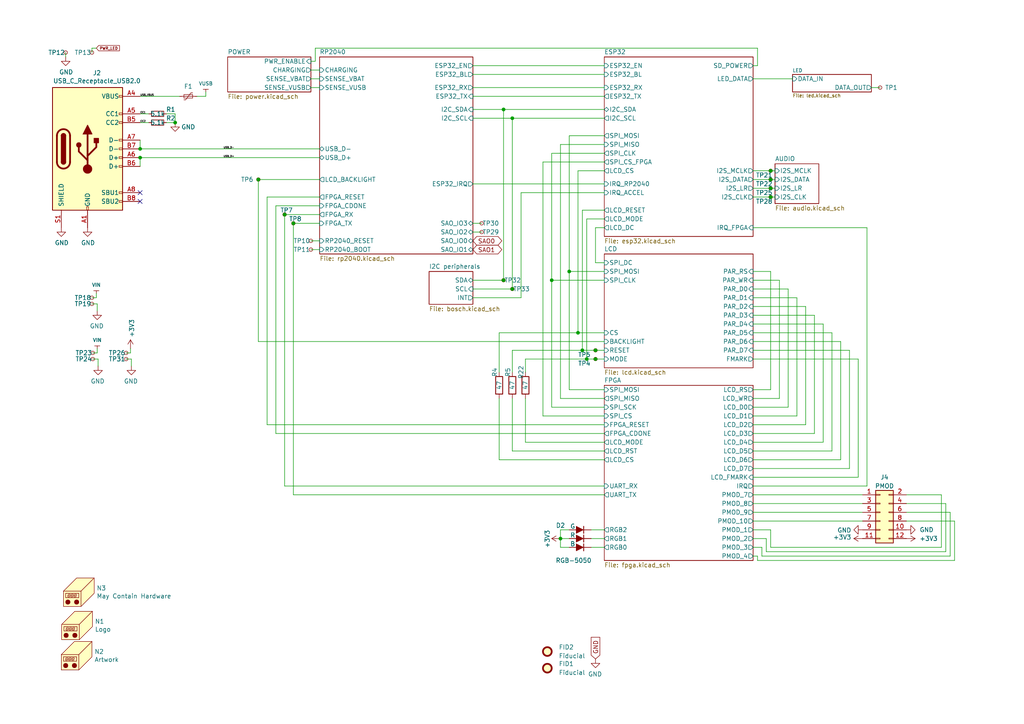
<source format=kicad_sch>
(kicad_sch (version 20211123) (generator eeschema)
  (paper "A4")
  (title_block (title "MCH2022 badge - Overview") (date "2022-04-24") (rev "Final") (company "BADGE.TEAM") (comment 1 "License: CERN Open Hardware Licence Version 2 - Permissive") (comment 2 "Contact: renze@badge.team") (comment 3 "Website: mch2022.org / badge.team") (comment 4 "Event badge for May Contain Hackers 2022"))
  (lib_symbols
    (symbol "Mechanical:Fiducial"
      (property "Reference" "FID" (at 0 5.08 0))
      (property "Value" "Fiducial" (at 0 3.175 0))
      (symbol "Fiducial_0_1"
        (circle (center 0 0) (radius 1.27) (stroke (width 0.508)) (fill (type background)))
      )
    )
    (symbol "custom:RGB-5050-MCH" (pin_numbers hide) (pin_names (offset 0))
      (property "Reference" "D" (at 4.445 -2.54 0))
      (property "Value" "RGB-5050-MCH" (at 4.445 -4.445 0))
      (symbol "RGB-5050-MCH_0_1"
        (polyline (pts (xy -1.524 -4.191) (xy -3.556 -4.191)) (stroke (width 0.254)))
        (polyline (pts (xy 1.016 -4.191) (xy -1.016 -4.191)) (stroke (width 0.254)))
        (polyline (pts (xy 3.556 -4.191) (xy 1.524 -4.191)) (stroke (width 0.254)))
        (polyline (pts (xy -3.556 -2.032) (xy -1.524 -2.032) (xy -2.54 -4.064) (xy -3.556 -2.032)) (fill (type outline)))
        (polyline (pts (xy -1.016 -2.032) (xy 1.016 -2.032) (xy 0 -4.064) (xy -1.016 -2.032)) (fill (type outline)))
        (polyline (pts (xy 1.524 -2.032) (xy 3.556 -2.032) (xy 2.54 -4.064) (xy 1.524 -2.032)) (fill (type outline)))
      )
      (symbol "RGB-5050-MCH_1_1"
        (pin passive line (at -2.54 0 270) (length 2.032) (name "G") (number "1"))
        (pin passive line (at 0 0 270) (length 2.032) (name "R") (number "2"))
        (pin passive line (at 2.54 0 270) (length 2.032) (name "B") (number "3"))
        (pin passive line (at 2.54 -6.35 90) (length 2.032) (name "~") (number "4"))
        (pin passive line (at 0 -6.35 90) (length 2.032) (name "~") (number "5"))
        (pin passive line (at -2.54 -6.35 90) (length 2.032) (name "~") (number "6"))
      )
    )
    (symbol "mch2021-rescue:+3.3V-power" (power) (pin_names (offset 0))
      (property "Value" "+3.3V-power" (at 0 3.556 0))
      (symbol "+3.3V-power_0_1"
        (polyline (pts (xy -0.762 1.27) (xy 0 2.54)))
        (polyline (pts (xy 0 0) (xy 0 2.54)))
        (polyline (pts (xy 0 2.54) (xy 0.762 1.27)))
      )
      (symbol "+3.3V-power_1_1"
        (pin power_in line (at 0 0 90) (length 0) hide (name "+3V3") (number "1"))
      )
    )
    (symbol "mch2021-rescue:Conn_02x06_Odd_Even-Connector_Generic" (pin_names (offset 1.016) hide)
      (property "Reference" "J" (at 1.27 7.62 0))
      (property "Value" "Conn_02x06_Odd_Even-Connector_Generic" (at 1.27 -10.16 0))
      (symbol "Conn_02x06_Odd_Even-Connector_Generic_1_1"
        (rectangle (start -1.27 -7.493) (end 0 -7.747) (stroke (width 0.1524)))
        (rectangle (start -1.27 -4.953) (end 0 -5.207) (stroke (width 0.1524)))
        (rectangle (start -1.27 -2.413) (end 0 -2.667) (stroke (width 0.1524)))
        (rectangle (start -1.27 0.127) (end 0 -0.127) (stroke (width 0.1524)))
        (rectangle (start -1.27 2.667) (end 0 2.413) (stroke (width 0.1524)))
        (rectangle (start -1.27 5.207) (end 0 4.953) (stroke (width 0.1524)))
        (rectangle (start -1.27 6.35) (end 3.81 -8.89) (stroke (width 0.254)) (fill (type background)))
        (rectangle (start 3.81 -7.493) (end 2.54 -7.747) (stroke (width 0.1524)))
        (rectangle (start 3.81 -4.953) (end 2.54 -5.207) (stroke (width 0.1524)))
        (rectangle (start 3.81 -2.413) (end 2.54 -2.667) (stroke (width 0.1524)))
        (rectangle (start 3.81 0.127) (end 2.54 -0.127) (stroke (width 0.1524)))
        (rectangle (start 3.81 2.667) (end 2.54 2.413) (stroke (width 0.1524)))
        (rectangle (start 3.81 5.207) (end 2.54 4.953) (stroke (width 0.1524)))
        (pin passive line (at -5.08 5.08 0) (length 3.81) (name "Pin_1") (number "1"))
        (pin passive line (at 7.62 -5.08 180) (length 3.81) (name "Pin_10") (number "10"))
        (pin passive line (at -5.08 -7.62 0) (length 3.81) (name "Pin_11") (number "11"))
        (pin passive line (at 7.62 -7.62 180) (length 3.81) (name "Pin_12") (number "12"))
        (pin passive line (at 7.62 5.08 180) (length 3.81) (name "Pin_2") (number "2"))
        (pin passive line (at -5.08 2.54 0) (length 3.81) (name "Pin_3") (number "3"))
        (pin passive line (at 7.62 2.54 180) (length 3.81) (name "Pin_4") (number "4"))
        (pin passive line (at -5.08 0 0) (length 3.81) (name "Pin_5") (number "5"))
        (pin passive line (at 7.62 0 180) (length 3.81) (name "Pin_6") (number "6"))
        (pin passive line (at -5.08 -2.54 0) (length 3.81) (name "Pin_7") (number "7"))
        (pin passive line (at 7.62 -2.54 180) (length 3.81) (name "Pin_8") (number "8"))
        (pin passive line (at -5.08 -5.08 0) (length 3.81) (name "Pin_9") (number "9"))
      )
    )
    (symbol "mch2021-rescue:GND-power" (power) (pin_names (offset 0))
      (property "Value" "GND-power" (at 0 -3.81 0))
      (symbol "GND-power_0_1"
        (polyline (pts (xy 0 0) (xy 0 -1.27) (xy 1.27 -1.27) (xy 0 -2.54) (xy -1.27 -1.27) (xy 0 -1.27)))
      )
      (symbol "GND-power_1_1"
        (pin power_in line (at 0 0 270) (length 0) hide (name "GND") (number "1"))
      )
    )
    (symbol "mch2021-rescue:Housing-Mechanical" (pin_names (offset 1.016))
      (property "Reference" "N" (at 3.81 0 0))
      (property "Value" "Housing-Mechanical" (at 3.81 -1.905 0))
      (symbol "Housing-Mechanical_0_1"
        (rectangle (start -5.08 -0.635) (end -1.27 -1.905))
        (circle (center -4.445 -3.175) (radius 0.635) (fill (type outline)))
        (circle (center -1.905 -3.175) (radius 0.635) (fill (type outline)))
        (polyline (pts (xy -4.5212 -1.5748) (xy -4.4704 -1.3716)))
        (polyline (pts (xy -4.4196 -1.6764) (xy -4.064 -1.6764)))
        (polyline (pts (xy -4.4196 -1.2192) (xy -4.3688 -0.9652)))
        (polyline (pts (xy -4.318 -1.3208) (xy -4.0132 -1.3208)))
        (polyline (pts (xy -4.2164 -0.9144) (xy -3.9116 -0.9144)))
        (polyline (pts (xy -3.9116 -1.6256) (xy -3.8608 -1.3716)))
        (polyline (pts (xy -3.81 -1.2192) (xy -3.7592 -0.9652)))
        (polyline (pts (xy -3.6068 -1.5748) (xy -3.556 -1.3716)))
        (polyline (pts (xy -3.5052 -1.6764) (xy -3.1496 -1.6764)))
        (polyline (pts (xy -3.5052 -1.2192) (xy -3.4544 -0.9652)))
        (polyline (pts (xy -3.4036 -1.3208) (xy -3.0988 -1.3208)))
        (polyline (pts (xy -3.302 -0.9144) (xy -2.9972 -0.9144)))
        (polyline (pts (xy -2.9972 -1.6256) (xy -2.9464 -1.3716)))
        (polyline (pts (xy -2.8956 -1.2192) (xy -2.8448 -0.9652)))
        (polyline (pts (xy -2.6924 -1.5748) (xy -2.6416 -1.3716)))
        (polyline (pts (xy -2.5908 -1.6764) (xy -2.2352 -1.6764)))
        (polyline (pts (xy -2.5908 -1.2192) (xy -2.54 -0.9652)))
        (polyline (pts (xy -2.4892 -1.3208) (xy -2.1844 -1.3208)))
        (polyline (pts (xy -2.3876 -0.9144) (xy -2.0828 -0.9144)))
        (polyline (pts (xy -2.0828 -1.6256) (xy -2.032 -1.3716)))
        (polyline (pts (xy -1.9812 -1.2192) (xy -1.9304 -0.9652)))
        (polyline (pts (xy -0.635 0) (xy -0.635 -4.445)))
        (polyline (pts (xy -5.715 0) (xy -0.635 0) (xy 3.175 3.81)))
        (polyline (pts (xy -5.715 0) (xy -5.715 -4.445) (xy -0.635 -4.445) (xy 3.175 -0.635) (xy 3.175 3.81) (xy -1.905 3.81) (xy -5.715 0)) (fill (type background)))
      )
    )
    (symbol "mch2021-rescue:Polyfuse_Small-Device" (pin_numbers hide) (pin_names (offset 0))
      (property "Reference" "F" (at -1.905 0 90))
      (property "Value" "Polyfuse_Small-Device" (at 1.905 0 90))
      (symbol "Polyfuse_Small-Device_0_1"
        (rectangle (start -0.508 1.27) (end 0.508 -1.27))
        (polyline (pts (xy 0 2.54) (xy 0 -2.54)))
        (polyline (pts (xy -1.016 1.27) (xy -1.016 0.762) (xy 1.016 -0.762) (xy 1.016 -1.27)))
      )
      (symbol "Polyfuse_Small-Device_1_1"
        (pin passive line (at 0 2.54 270) (length 0.635) (name "~") (number "1"))
        (pin passive line (at 0 -2.54 90) (length 0.635) (name "~") (number "2"))
      )
    )
    (symbol "mch2021-rescue:R-Device" (pin_numbers hide) (pin_names (offset 0))
      (property "Reference" "R" (at 2.032 0 90))
      (property "Value" "R-Device" (at 0 0 90))
      (symbol "R-Device_0_1"
        (rectangle (start -1.016 -2.54) (end 1.016 2.54) (stroke (width 0.254)))
      )
      (symbol "R-Device_1_1"
        (pin passive line (at 0 3.81 270) (length 1.27) (name "~") (number "1"))
        (pin passive line (at 0 -3.81 90) (length 1.27) (name "~") (number "2"))
      )
    )
    (symbol "mch2021-rescue:R_Small-Device" (pin_numbers hide) (pin_names (offset 0.254) hide)
      (property "Reference" "R" (at 0.762 0.508 0))
      (property "Value" "R_Small-Device" (at 0.762 -1.016 0))
      (symbol "R_Small-Device_0_1"
        (rectangle (start -0.762 1.778) (end 0.762 -1.778) (stroke (width 0.2032)))
      )
      (symbol "R_Small-Device_1_1"
        (pin passive line (at 0 2.54 270) (length 0.762) (name "~") (number "1"))
        (pin passive line (at 0 -2.54 90) (length 0.762) (name "~") (number "2"))
      )
    )
    (symbol "mch2021-rescue:TestPoint_Small-Connector" (pin_numbers hide) (pin_names (offset 0.762) hide)
      (property "Reference" "TP" (at 0 3.81 0))
      (property "Value" "TestPoint_Small-Connector" (at 0 2.032 0))
      (symbol "TestPoint_Small-Connector_0_1"
        (circle (center 0 0) (radius 0.508))
      )
      (symbol "TestPoint_Small-Connector_1_1"
        (pin passive line (at 0 0 90) (length 0) (name "1") (number "1"))
      )
    )
    (symbol "mch2021-rescue:USB_C_Receptacle_USB2.0-Connector" (pin_names (offset 1.016))
      (property "Reference" "J" (at -10.16 19.05 0))
      (property "Value" "USB_C_Receptacle_USB2.0-Connector" (at 19.05 19.05 0))
      (symbol "USB_C_Receptacle_USB2.0-Connector_0_0"
        (rectangle (start -0.254 -17.78) (end 0.254 -16.764))
        (rectangle (start 10.16 -14.986) (end 9.144 -15.494))
        (rectangle (start 10.16 -12.446) (end 9.144 -12.954))
        (rectangle (start 10.16 -4.826) (end 9.144 -5.334))
        (rectangle (start 10.16 -2.286) (end 9.144 -2.794))
        (rectangle (start 10.16 0.254) (end 9.144 -0.254))
        (rectangle (start 10.16 2.794) (end 9.144 2.286))
        (rectangle (start 10.16 7.874) (end 9.144 7.366))
        (rectangle (start 10.16 10.414) (end 9.144 9.906))
        (rectangle (start 10.16 15.494) (end 9.144 14.986))
      )
      (symbol "USB_C_Receptacle_USB2.0-Connector_0_1"
        (rectangle (start -10.16 17.78) (end 10.16 -17.78) (stroke (width 0.254)) (fill (type background)))
        (arc (start -8.89 -3.81) (mid -6.985 -5.715) (end -5.08 -3.81) (stroke (width 0.508)))
        (arc (start -7.62 -3.81) (mid -6.985 -4.445) (end -6.35 -3.81) (stroke (width 0.254)))
        (arc (start -7.62 -3.81) (mid -6.985 -4.445) (end -6.35 -3.81) (stroke (width 0.254)) (fill (type outline)))
        (rectangle (start -7.62 -3.81) (end -6.35 3.81) (stroke (width 0.254)) (fill (type outline)))
        (arc (start -6.35 3.81) (mid -6.985 4.445) (end -7.62 3.81) (stroke (width 0.254)))
        (arc (start -6.35 3.81) (mid -6.985 4.445) (end -7.62 3.81) (stroke (width 0.254)) (fill (type outline)))
        (arc (start -5.08 3.81) (mid -6.985 5.715) (end -8.89 3.81) (stroke (width 0.508)))
        (circle (center -2.54 1.143) (radius 0.635) (stroke (width 0.254)) (fill (type outline)))
        (circle (center 0 -5.842) (radius 1.27) (fill (type outline)))
        (polyline (pts (xy -8.89 -3.81) (xy -8.89 3.81)) (stroke (width 0.508)))
        (polyline (pts (xy -5.08 3.81) (xy -5.08 -3.81)) (stroke (width 0.508)))
        (polyline (pts (xy 0 -5.842) (xy 0 4.318)) (stroke (width 0.508)))
        (polyline (pts (xy 0 -3.302) (xy -2.54 -0.762) (xy -2.54 0.508)) (stroke (width 0.508)))
        (polyline (pts (xy 0 -2.032) (xy 2.54 0.508) (xy 2.54 1.778)) (stroke (width 0.508)))
        (polyline (pts (xy -1.27 4.318) (xy 0 6.858) (xy 1.27 4.318) (xy -1.27 4.318)) (stroke (width 0.254)) (fill (type outline)))
        (rectangle (start 1.905 1.778) (end 3.175 3.048) (stroke (width 0.254)) (fill (type outline)))
      )
      (symbol "USB_C_Receptacle_USB2.0-Connector_1_1"
        (pin power_in line (at 0 -22.86 90) (length 5.08) (name "GND") (number "A1"))
        (pin passive line (at 0 -22.86 90) (length 5.08) hide (name "GND") (number "A12"))
        (pin power_in line (at 15.24 15.24 180) (length 5.08) (name "VBUS") (number "A4"))
        (pin bidirectional line (at 15.24 10.16 180) (length 5.08) (name "CC1") (number "A5"))
        (pin bidirectional line (at 15.24 -2.54 180) (length 5.08) (name "D+") (number "A6"))
        (pin bidirectional line (at 15.24 2.54 180) (length 5.08) (name "D-") (number "A7"))
        (pin bidirectional line (at 15.24 -12.7 180) (length 5.08) (name "SBU1") (number "A8"))
        (pin passive line (at 15.24 15.24 180) (length 5.08) hide (name "VBUS") (number "A9"))
        (pin passive line (at 0 -22.86 90) (length 5.08) hide (name "GND") (number "B1"))
        (pin passive line (at 0 -22.86 90) (length 5.08) hide (name "GND") (number "B12"))
        (pin passive line (at 15.24 15.24 180) (length 5.08) hide (name "VBUS") (number "B4"))
        (pin bidirectional line (at 15.24 7.62 180) (length 5.08) (name "CC2") (number "B5"))
        (pin bidirectional line (at 15.24 -5.08 180) (length 5.08) (name "D+") (number "B6"))
        (pin bidirectional line (at 15.24 0 180) (length 5.08) (name "D-") (number "B7"))
        (pin bidirectional line (at 15.24 -15.24 180) (length 5.08) (name "SBU2") (number "B8"))
        (pin passive line (at 15.24 15.24 180) (length 5.08) hide (name "VBUS") (number "B9"))
        (pin passive line (at -7.62 -22.86 90) (length 5.08) (name "SHIELD") (number "S1"))
      )
    )
    (symbol "mch2021-rescue:VIN-vin" (power) (pin_numbers hide) (pin_names (offset 0) hide)
      (property "Value" "VIN-vin" (at 0 1.524 0))
      (symbol "VIN-vin_0_1"
        (polyline (pts (xy -0.762 0.762) (xy 0.762 0.762)))
        (polyline (pts (xy 0 0) (xy 0 0.762)))
      )
      (symbol "VIN-vin_1_1"
        (pin power_in line (at 0 0 90) (length 0) hide (name "VIN") (number "1"))
      )
    )
    (symbol "mch2021-rescue:VUSB-vusb" (power) (pin_numbers hide) (pin_names (offset 0) hide)
      (property "Value" "VUSB-vusb" (at 0 1.524 0))
      (symbol "VUSB-vusb_0_1"
        (polyline (pts (xy -0.762 0.762) (xy 0.762 0.762)))
        (polyline (pts (xy 0 0) (xy 0 0.762)))
      )
      (symbol "VUSB-vusb_1_1"
        (pin power_in line (at 0 0 90) (length 0) hide (name "VUSB") (number "1"))
      )
    )
  )
  (junction (at 223.52 49.53))
  (junction (at 40.64 45.72))
  (junction (at 50.8 35.56))
  (junction (at 223.52 57.15))
  (junction (at 162.56 156.21))
  (junction (at 165.1 78.74))
  (junction (at 40.64 43.18))
  (junction (at 172.72 104.14))
  (junction (at 82.55 62.23))
  (junction (at 167.64 96.52))
  (junction (at 172.72 101.6))
  (junction (at 223.52 52.07))
  (junction (at 170.18 104.14))
  (junction (at 148.59 83.82))
  (junction (at 74.93 52.07))
  (junction (at 146.05 31.75))
  (junction (at 146.05 81.28))
  (junction (at 85.09 64.77))
  (junction (at 223.52 54.61))
  (junction (at 160.02 81.28))
  (junction (at 168.91 101.6))
  (junction (at 148.59 34.29))
  (no_connect (at 40.64 58.42))
  (no_connect (at 40.64 55.88))
  (wire (pts (xy 223.52 153.67) (xy 223.52 158.75)))
  (wire (pts (xy 48.26 35.56) (xy 50.8 35.56)))
  (wire (pts (xy 137.16 25.4) (xy 175.26 25.4)))
  (wire (pts (xy 241.3 96.52) (xy 218.44 96.52)))
  (wire (pts (xy 90.17 69.85) (xy 92.71 69.85)))
  (wire (pts (xy 26.67 86.36) (xy 27.94 86.36)))
  (wire (pts (xy 40.64 45.72) (xy 40.64 48.26)))
  (wire (pts (xy 40.64 27.94) (xy 52.07 27.94)))
  (wire (pts (xy 219.71 13.97) (xy 219.71 19.05)))
  (wire (pts (xy 92.71 64.77) (xy 85.09 64.77)))
  (wire (pts (xy 218.44 113.03) (xy 223.52 113.03)))
  (wire (pts (xy 26.924 102.362) (xy 28.194 102.362)))
  (wire (pts (xy 50.8 35.56) (xy 50.8 33.02)))
  (wire (pts (xy 137.16 31.75) (xy 146.05 31.75)))
  (wire (pts (xy 80.01 125.73) (xy 175.26 125.73)))
  (wire (pts (xy 162.56 41.91) (xy 162.56 115.57)))
  (wire (pts (xy 146.05 31.75) (xy 146.05 81.28)))
  (wire (pts (xy 137.16 27.94) (xy 175.26 27.94)))
  (wire (pts (xy 236.22 91.44) (xy 236.22 125.73)))
  (wire (pts (xy 223.52 52.07) (xy 224.79 52.07)))
  (wire (pts (xy 148.59 130.81) (xy 148.59 115.57)))
  (wire (pts (xy 144.78 107.95) (xy 144.78 96.52)))
  (wire (pts (xy 274.32 160.02) (xy 274.32 146.05)))
  (wire (pts (xy 175.26 113.03) (xy 165.1 113.03)))
  (wire (pts (xy 238.76 93.98) (xy 238.76 128.27)))
  (wire (pts (xy 92.71 59.69) (xy 80.01 59.69)))
  (wire (pts (xy 137.16 81.28) (xy 146.05 81.28)))
  (wire (pts (xy 222.25 156.21) (xy 218.44 156.21)))
  (wire (pts (xy 74.93 99.06) (xy 175.26 99.06)))
  (wire (pts (xy 250.19 148.59) (xy 218.44 148.59)))
  (wire (pts (xy 218.44 135.89) (xy 246.38 135.89)))
  (wire (pts (xy 168.91 101.6) (xy 172.72 101.6)))
  (wire (pts (xy 172.72 66.04) (xy 172.72 76.2)))
  (wire (pts (xy 144.78 96.52) (xy 167.64 96.52)))
  (wire (pts (xy 90.17 17.78) (xy 91.44 17.78)))
  (wire (pts (xy 218.44 153.67) (xy 223.52 153.67)))
  (wire (pts (xy 40.64 40.64) (xy 40.64 43.18)))
  (wire (pts (xy 27.94 13.97) (xy 26.67 13.97)))
  (wire (pts (xy 91.44 13.97) (xy 219.71 13.97)))
  (wire (pts (xy 251.46 140.97) (xy 218.44 140.97)))
  (wire (pts (xy 175.26 120.65) (xy 157.48 120.65)))
  (wire (pts (xy 40.64 45.72) (xy 92.71 45.72)))
  (wire (pts (xy 162.56 153.67) (xy 162.56 156.21)))
  (wire (pts (xy 231.14 86.36) (xy 231.14 120.65)))
  (wire (pts (xy 218.44 128.27) (xy 238.76 128.27)))
  (wire (pts (xy 175.26 63.5) (xy 170.18 63.5)))
  (wire (pts (xy 218.44 49.53) (xy 223.52 49.53)))
  (wire (pts (xy 165.1 153.67) (xy 162.56 153.67)))
  (wire (pts (xy 92.71 62.23) (xy 82.55 62.23)))
  (wire (pts (xy 223.52 57.15) (xy 224.79 57.15)))
  (wire (pts (xy 85.09 143.51) (xy 175.26 143.51)))
  (wire (pts (xy 218.44 158.75) (xy 220.98 158.75)))
  (wire (pts (xy 252.73 25.4) (xy 255.27 25.4)))
  (wire (pts (xy 276.86 162.56) (xy 276.86 151.13)))
  (wire (pts (xy 165.1 39.37) (xy 175.26 39.37)))
  (wire (pts (xy 262.89 151.13) (xy 276.86 151.13)))
  (wire (pts (xy 167.64 49.53) (xy 167.64 96.52)))
  (wire (pts (xy 226.06 81.28) (xy 226.06 115.57)))
  (wire (pts (xy 152.4 128.27) (xy 175.26 128.27)))
  (wire (pts (xy 82.55 140.97) (xy 175.26 140.97)))
  (wire (pts (xy 28.448 104.14) (xy 28.448 106.172)))
  (wire (pts (xy 37.846 102.362) (xy 37.846 101.092)))
  (wire (pts (xy 220.98 161.29) (xy 220.98 158.75)))
  (wire (pts (xy 137.16 64.77) (xy 139.7 64.77)))
  (wire (pts (xy 40.64 35.56) (xy 43.18 35.56)))
  (wire (pts (xy 152.4 128.27) (xy 152.4 115.57)))
  (wire (pts (xy 137.16 34.29) (xy 148.59 34.29)))
  (wire (pts (xy 80.01 59.69) (xy 80.01 125.73)))
  (wire (pts (xy 19.05 15.24) (xy 19.05 16.51)))
  (wire (pts (xy 175.26 118.11) (xy 160.02 118.11)))
  (wire (pts (xy 218.44 125.73) (xy 236.22 125.73)))
  (wire (pts (xy 85.09 64.77) (xy 85.09 143.51)))
  (wire (pts (xy 148.59 101.6) (xy 148.59 107.95)))
  (wire (pts (xy 223.52 49.53) (xy 224.79 49.53)))
  (wire (pts (xy 92.71 20.32) (xy 90.17 20.32)))
  (wire (pts (xy 38.1 104.14) (xy 38.1 106.172)))
  (wire (pts (xy 218.44 130.81) (xy 241.3 130.81)))
  (wire (pts (xy 175.26 115.57) (xy 162.56 115.57)))
  (wire (pts (xy 40.64 43.18) (xy 92.71 43.18)))
  (wire (pts (xy 91.44 17.78) (xy 91.44 13.97)))
  (wire (pts (xy 218.44 81.28) (xy 226.06 81.28)))
  (wire (pts (xy 231.14 120.65) (xy 218.44 120.65)))
  (wire (pts (xy 137.16 53.34) (xy 175.26 53.34)))
  (wire (pts (xy 218.44 57.15) (xy 223.52 57.15)))
  (wire (pts (xy 137.16 19.05) (xy 175.26 19.05)))
  (wire (pts (xy 175.26 78.74) (xy 165.1 78.74)))
  (wire (pts (xy 218.44 115.57) (xy 226.06 115.57)))
  (wire (pts (xy 222.25 160.02) (xy 274.32 160.02)))
  (wire (pts (xy 275.59 161.29) (xy 275.59 148.59)))
  (wire (pts (xy 36.576 104.14) (xy 38.1 104.14)))
  (wire (pts (xy 223.52 78.74) (xy 223.52 113.03)))
  (wire (pts (xy 167.64 49.53) (xy 175.26 49.53)))
  (wire (pts (xy 172.72 101.6) (xy 175.26 101.6)))
  (wire (pts (xy 144.78 133.35) (xy 144.78 115.57)))
  (wire (pts (xy 228.6 83.82) (xy 218.44 83.82)))
  (wire (pts (xy 59.69 27.94) (xy 57.15 27.94)))
  (wire (pts (xy 160.02 44.45) (xy 175.26 44.45)))
  (wire (pts (xy 273.05 158.75) (xy 273.05 143.51)))
  (wire (pts (xy 77.47 57.15) (xy 77.47 123.19)))
  (wire (pts (xy 175.26 76.2) (xy 172.72 76.2)))
  (wire (pts (xy 218.44 88.9) (xy 233.68 88.9)))
  (wire (pts (xy 26.67 88.138) (xy 28.194 88.138)))
  (wire (pts (xy 250.19 143.51) (xy 218.44 143.51)))
  (wire (pts (xy 28.194 102.362) (xy 28.194 101.092)))
  (wire (pts (xy 157.48 46.99) (xy 157.48 120.65)))
  (wire (pts (xy 165.1 39.37) (xy 165.1 78.74)))
  (wire (pts (xy 175.26 81.28) (xy 160.02 81.28)))
  (wire (pts (xy 219.71 162.56) (xy 276.86 162.56)))
  (wire (pts (xy 219.71 162.56) (xy 219.71 161.29)))
  (wire (pts (xy 148.59 34.29) (xy 175.26 34.29)))
  (wire (pts (xy 222.25 160.02) (xy 222.25 156.21)))
  (wire (pts (xy 219.71 161.29) (xy 218.44 161.29)))
  (wire (pts (xy 151.13 55.88) (xy 151.13 86.36)))
  (wire (pts (xy 92.71 57.15) (xy 77.47 57.15)))
  (wire (pts (xy 236.22 91.44) (xy 218.44 91.44)))
  (wire (pts (xy 218.44 104.14) (xy 248.92 104.14)))
  (wire (pts (xy 218.44 151.13) (xy 250.19 151.13)))
  (wire (pts (xy 218.44 66.04) (xy 251.46 66.04)))
  (wire (pts (xy 218.44 54.61) (xy 223.52 54.61)))
  (wire (pts (xy 90.17 22.86) (xy 92.71 22.86)))
  (wire (pts (xy 137.16 83.82) (xy 148.59 83.82)))
  (wire (pts (xy 137.16 67.31) (xy 139.7 67.31)))
  (wire (pts (xy 146.05 31.75) (xy 175.26 31.75)))
  (wire (pts (xy 167.64 96.52) (xy 175.26 96.52)))
  (wire (pts (xy 165.1 78.74) (xy 165.1 113.03)))
  (wire (pts (xy 218.44 52.07) (xy 223.52 52.07)))
  (wire (pts (xy 223.52 158.75) (xy 273.05 158.75)))
  (wire (pts (xy 74.93 99.06) (xy 74.93 52.07)))
  (wire (pts (xy 175.26 60.96) (xy 168.91 60.96)))
  (wire (pts (xy 218.44 146.05) (xy 250.19 146.05)))
  (wire (pts (xy 148.59 101.6) (xy 168.91 101.6)))
  (wire (pts (xy 170.18 104.14) (xy 152.4 104.14)))
  (wire (pts (xy 246.38 101.6) (xy 218.44 101.6)))
  (wire (pts (xy 160.02 81.28) (xy 160.02 118.11)))
  (wire (pts (xy 148.59 34.29) (xy 148.59 83.82)))
  (wire (pts (xy 170.18 63.5) (xy 170.18 104.14)))
  (wire (pts (xy 50.8 33.02) (xy 48.26 33.02)))
  (wire (pts (xy 246.38 101.6) (xy 246.38 135.89)))
  (wire (pts (xy 165.1 158.75) (xy 162.56 158.75)))
  (wire (pts (xy 59.69 26.67) (xy 59.69 27.94)))
  (wire (pts (xy 172.72 104.14) (xy 170.18 104.14)))
  (wire (pts (xy 228.6 83.82) (xy 228.6 118.11)))
  (wire (pts (xy 175.26 55.88) (xy 151.13 55.88)))
  (wire (pts (xy 162.56 156.21) (xy 165.1 156.21)))
  (wire (pts (xy 223.52 54.61) (xy 224.79 54.61)))
  (wire (pts (xy 241.3 96.52) (xy 241.3 130.81)))
  (wire (pts (xy 26.67 13.97) (xy 26.67 15.24)))
  (wire (pts (xy 168.91 60.96) (xy 168.91 101.6)))
  (wire (pts (xy 251.46 140.97) (xy 251.46 66.04)))
  (wire (pts (xy 36.576 102.362) (xy 37.846 102.362)))
  (wire (pts (xy 74.93 52.07) (xy 92.71 52.07)))
  (wire (pts (xy 218.44 138.43) (xy 248.92 138.43)))
  (wire (pts (xy 92.71 72.39) (xy 90.17 72.39)))
  (wire (pts (xy 172.72 66.04) (xy 175.26 66.04)))
  (wire (pts (xy 175.26 153.67) (xy 171.45 153.67)))
  (wire (pts (xy 152.4 104.14) (xy 152.4 107.95)))
  (wire (pts (xy 77.47 123.19) (xy 175.26 123.19)))
  (wire (pts (xy 137.16 86.36) (xy 151.13 86.36)))
  (wire (pts (xy 171.45 156.21) (xy 175.26 156.21)))
  (wire (pts (xy 218.44 133.35) (xy 243.84 133.35)))
  (wire (pts (xy 82.55 62.23) (xy 82.55 140.97)))
  (wire (pts (xy 175.26 158.75) (xy 171.45 158.75)))
  (wire (pts (xy 262.89 146.05) (xy 274.32 146.05)))
  (wire (pts (xy 162.56 41.91) (xy 175.26 41.91)))
  (wire (pts (xy 238.76 93.98) (xy 218.44 93.98)))
  (wire (pts (xy 40.64 33.02) (xy 43.18 33.02)))
  (wire (pts (xy 162.56 158.75) (xy 162.56 156.21)))
  (wire (pts (xy 137.16 21.59) (xy 175.26 21.59)))
  (wire (pts (xy 218.44 99.06) (xy 243.84 99.06)))
  (wire (pts (xy 218.44 123.19) (xy 233.68 123.19)))
  (wire (pts (xy 219.71 19.05) (xy 218.44 19.05)))
  (wire (pts (xy 148.59 130.81) (xy 175.26 130.81)))
  (wire (pts (xy 28.194 88.138) (xy 28.194 90.17)))
  (wire (pts (xy 273.05 143.51) (xy 262.89 143.51)))
  (wire (pts (xy 218.44 118.11) (xy 228.6 118.11)))
  (wire (pts (xy 233.68 88.9) (xy 233.68 123.19)))
  (wire (pts (xy 218.44 78.74) (xy 223.52 78.74)))
  (wire (pts (xy 231.14 86.36) (xy 218.44 86.36)))
  (wire (pts (xy 175.26 104.14) (xy 172.72 104.14)))
  (wire (pts (xy 248.92 104.14) (xy 248.92 138.43)))
  (wire (pts (xy 26.924 104.14) (xy 28.448 104.14)))
  (wire (pts (xy 275.59 148.59) (xy 262.89 148.59)))
  (wire (pts (xy 144.78 133.35) (xy 175.26 133.35)))
  (wire (pts (xy 27.94 86.36) (xy 27.94 85.09)))
  (wire (pts (xy 243.84 99.06) (xy 243.84 133.35)))
  (wire (pts (xy 90.17 25.4) (xy 92.71 25.4)))
  (wire (pts (xy 160.02 44.45) (xy 160.02 81.28)))
  (wire (pts (xy 175.26 46.99) (xy 157.48 46.99)))
  (wire (pts (xy 218.44 22.86) (xy 229.87 22.86)))
  (wire (pts (xy 220.98 161.29) (xy 275.59 161.29)))
  (label "CC1" (at 40.64 33.02 0) (effects (font (size 0.508 0.508))))
  (label "USB_D+" (at 64.77 45.72 0) (effects (font (size 0.508 0.508))))
  (label "USB_D-" (at 64.77 43.18 0) (effects (font (size 0.508 0.508))))
  (label "CC2" (at 40.64 35.56 0) (effects (font (size 0.508 0.508))))
  (label "USB_VBUS" (at 40.64 27.94 0) (effects (font (size 0.508 0.508))))
  (global_label "GND" (shape input) (at 172.72 191.135 90) (property "Intersheet References" "${INTERSHEET_REFS}" (effects hide)))
  (global_label "PWR_LED" (shape input) (at 27.94 13.97 0) (effects (font (size 0.7874 0.7874))) (property "Intersheet References" "${INTERSHEET_REFS}" (effects hide)))
  (global_label "SAO0" (shape bidirectional) (at 137.16 69.85 0) (property "Intersheet References" "${INTERSHEET_REFS}" (effects hide)))
  (global_label "SAO1" (shape bidirectional) (at 137.16 72.39 0) (property "Intersheet References" "${INTERSHEET_REFS}" (effects hide)))
  (symbol (lib_id "mch2021-rescue:USB_C_Receptacle_USB2.0-Connector") (at 25.4 43.18 0) (unit 1)
    (property "Reference" "J2" (at 28.1178 21.1582 0))
    (property "Value" "USB_C_Receptacle_USB2.0" (at 28.1178 23.4696 0))
    (property "Footprint" "Connector_USB:USB_C_Receptacle_HRO_TYPE-C-31-M-12" (effects hide))
    (property "Datasheet" "https://datasheet.lcsc.com/lcsc/2108131730_Korean-Hroparts-Elec-TYPE-C-31-M-12_C165948.pdf" (effects hide))
    (property "LCSC" "C165948" (effects hide))
    (property "Mouser" "-" (effects hide))
    (property "Sponsored" "N" (effects hide))
    (property "Category" "Connectors" (effects hide))
    (property "MPN" "TYPE-C-31-M-12" (effects hide))
    (property "Manufacturer" "Korean Hroparts Elec" (effects hide))
    (property "Buy early" "Y" (effects hide))
  )
  (symbol (lib_id "mch2021-rescue:GND-power") (at 25.4 66.04 0) (unit 1)
    (property "Reference" "#PWR03" (effects hide))
    (property "Value" "GND" (at 25.527 70.4342 0))
  )
  (symbol (lib_id "mch2021-rescue:R_Small-Device") (at 45.72 35.56 270) (unit 1)
    (property "Reference" "R2" (at 49.53 34.29 90))
    (property "Value" "5.1k" (at 45.72 35.56 90))
    (property "Footprint" "Resistor_SMD:R_0402_1005Metric" (effects hide))
    (property "Datasheet" "https://datasheet.lcsc.com/lcsc/2110260030_UNI-ROYAL-Uniroyal-Elec-0402WGF5101TCE_C25905.pdf" (effects hide))
    (property "LCSC" "C25905" (effects hide))
    (property "Mouser" "-" (effects hide))
    (property "Sponsored" "N" (effects hide))
    (property "MANUFACTURER" "UNI-ROYAL" (effects hide))
    (property "MPN" "0402WGF5101TCE" (effects hide))
    (property "Category" "Resistors" (effects hide))
    (property "Buy early" "Y" (effects hide))
    (property "Description" "Generic part" (effects hide))
    (property "Manufacturer" "Uni-royal" (effects hide))
  )
  (symbol (lib_id "mch2021-rescue:R_Small-Device") (at 45.72 33.02 270) (unit 1)
    (property "Reference" "R1" (at 49.53 31.75 90))
    (property "Value" "5.1k" (at 45.72 33.02 90))
    (property "Footprint" "Resistor_SMD:R_0402_1005Metric" (effects hide))
    (property "Datasheet" "https://datasheet.lcsc.com/lcsc/2110260030_UNI-ROYAL-Uniroyal-Elec-0402WGF5101TCE_C25905.pdf" (effects hide))
    (property "LCSC" "C25905" (effects hide))
    (property "Mouser" "-" (effects hide))
    (property "Sponsored" "N" (effects hide))
    (property "MANUFACTURER" "UNI-ROYAL" (effects hide))
    (property "MPN" "0402WGF5101TCE" (effects hide))
    (property "Category" "Resistors" (effects hide))
    (property "Buy early" "Y" (effects hide))
    (property "Description" "Generic part" (effects hide))
    (property "Manufacturer" "Uni-royal" (effects hide))
  )
  (symbol (lib_id "mch2021-rescue:GND-power") (at 50.8 35.56 0) (unit 1)
    (property "Reference" "#PWR07" (effects hide))
    (property "Value" "GND" (at 54.61 36.83 0))
  )
  (symbol (lib_id "mch2021-rescue:Conn_02x06_Odd_Even-Connector_Generic") (at 255.27 148.59 0) (unit 1)
    (property "Reference" "J4" (at 256.54 138.43 0))
    (property "Value" "PMOD" (at 256.54 140.97 0))
    (property "Footprint" "Connector_PinSocket_2.54mm:PinSocket_2x06_P2.54mm_Horizontal" (effects hide))
    (property "Datasheet" "https://www.cjt.com/Upload/A2541.pdf" (effects hide))
    (property "LCSC" "C239357" (effects hide))
    (property "Mouser" "-" (effects hide))
    (property "Sponsored" "N" (effects hide))
    (property "Description" "DO NOT POPULATE" (effects hide))
    (property "MPN" "A2541HWR-2x6P" (effects hide))
    (property "Manufacturer" "CJT" (effects hide))
    (property "Category" "Connectors" (effects hide))
    (property "Buy early" "N" (effects hide))
  )
  (symbol (lib_id "mch2021-rescue:GND-power") (at 250.19 153.67 270) (unit 1)
    (property "Reference" "#PWR025" (effects hide))
    (property "Value" "GND" (at 246.9388 153.797 90) (effects (justify right)))
  )
  (symbol (lib_id "mch2021-rescue:GND-power") (at 262.89 153.67 90) (unit 1)
    (property "Reference" "#PWR029" (effects hide))
    (property "Value" "GND" (at 266.7 153.67 90) (effects (justify right)))
  )
  (symbol (lib_id "mch2021-rescue:+3.3V-power") (at 250.19 156.21 90) (unit 1)
    (property "Reference" "#PWR026" (effects hide))
    (property "Value" "+3.3V" (at 246.9388 155.829 90) (effects (justify left)))
  )
  (symbol (lib_id "mch2021-rescue:+3.3V-power") (at 262.89 156.21 270) (unit 1)
    (property "Reference" "#PWR030" (effects hide))
    (property "Value" "+3.3V" (at 266.7 156.21 90) (effects (justify left)))
  )
  (symbol (lib_id "mch2021-rescue:TestPoint_Small-Connector") (at 255.27 25.4 180) (unit 1)
    (property "Reference" "TP1" (at 260.35 25.4 0) (effects (justify left)))
    (property "Value" "Testpoint" (effects hide))
    (property "Footprint" "TestPoint:TestPoint_Pad_1.0x1.0mm" (effects hide))
    (property "Category" "Testpoints" (effects hide))
    (property "Buy early" "N" (effects hide))
    (property "Sponsored" "N" (effects hide))
  )
  (symbol (lib_id "mch2021-rescue:TestPoint_Small-Connector") (at 74.93 52.07 0) (unit 1)
    (property "Reference" "TP6" (at 69.85 52.07 0) (effects (justify left)))
    (property "Value" "Testpoint" (effects hide))
    (property "Footprint" "TestPoint:TestPoint_Pad_1.0x1.0mm" (effects hide))
    (property "Category" "Testpoints" (effects hide))
    (property "Buy early" "N" (effects hide))
    (property "Sponsored" "N" (effects hide))
  )
  (symbol (lib_id "mch2021-rescue:TestPoint_Small-Connector") (at 172.72 101.6 0) (unit 1)
    (property "Reference" "TP5" (at 167.64 102.87 0) (effects (justify left)))
    (property "Value" "Testpoint" (effects hide))
    (property "Footprint" "TestPoint:TestPoint_Pad_1.0x1.0mm" (effects hide))
    (property "Category" "Testpoints" (effects hide))
    (property "Buy early" "N" (effects hide))
    (property "Sponsored" "N" (effects hide))
  )
  (symbol (lib_id "mch2021-rescue:TestPoint_Small-Connector") (at 172.72 104.14 0) (unit 1)
    (property "Reference" "TP4" (at 167.64 105.41 0) (effects (justify left)))
    (property "Value" "Testpoint" (effects hide))
    (property "Footprint" "TestPoint:TestPoint_Pad_1.0x1.0mm" (effects hide))
    (property "Category" "Testpoints" (effects hide))
    (property "Buy early" "N" (effects hide))
    (property "Sponsored" "N" (effects hide))
  )
  (symbol (lib_id "mch2021-rescue:TestPoint_Small-Connector") (at 82.55 62.23 0) (unit 1)
    (property "Reference" "TP7" (at 81.28 60.96 0) (effects (justify left)))
    (property "Value" "Testpoint" (effects hide))
    (property "Footprint" "TestPoint:TestPoint_Pad_1.0x1.0mm" (effects hide))
    (property "Category" "Testpoints" (effects hide))
    (property "Buy early" "N" (effects hide))
    (property "Sponsored" "N" (effects hide))
  )
  (symbol (lib_id "mch2021-rescue:TestPoint_Small-Connector") (at 85.09 64.77 0) (unit 1)
    (property "Reference" "TP8" (at 83.82 63.5 0) (effects (justify left)))
    (property "Value" "Testpoint" (effects hide))
    (property "Footprint" "TestPoint:TestPoint_Pad_1.0x1.0mm" (effects hide))
    (property "Category" "Testpoints" (effects hide))
    (property "Buy early" "N" (effects hide))
    (property "Sponsored" "N" (effects hide))
  )
  (symbol (lib_id "mch2021-rescue:TestPoint_Small-Connector") (at 90.17 69.85 0) (unit 1)
    (property "Reference" "TP10" (at 85.09 69.85 0) (effects (justify left)))
    (property "Value" "Testpoint" (effects hide))
    (property "Footprint" "TestPoint:TestPoint_Pad_1.0x1.0mm" (effects hide))
    (property "Category" "Testpoints" (effects hide))
    (property "Buy early" "N" (effects hide))
    (property "Sponsored" "N" (effects hide))
  )
  (symbol (lib_id "mch2021-rescue:TestPoint_Small-Connector") (at 90.17 72.39 0) (unit 1)
    (property "Reference" "TP11" (at 85.09 72.39 0) (effects (justify left)))
    (property "Value" "Testpoint" (effects hide))
    (property "Footprint" "TestPoint:TestPoint_Pad_1.0x1.0mm" (effects hide))
    (property "Category" "Testpoints" (effects hide))
    (property "Buy early" "N" (effects hide))
    (property "Sponsored" "N" (effects hide))
  )
  (symbol (lib_id "mch2021-rescue:VUSB-vusb") (at 59.69 26.67 0) (unit 1)
    (property "Reference" "#PWR012" (effects hide))
    (property "Value" "VUSB" (at 59.69 24.2316 0) (effects (font (size 1.016 1.016))))
  )
  (symbol (lib_id "mch2021-rescue:GND-power") (at 17.78 66.04 0) (unit 1)
    (property "Reference" "#PWR01" (effects hide))
    (property "Value" "GND" (at 17.907 70.4342 0))
  )
  (symbol (lib_id "mch2021-rescue:GND-power") (at 172.72 191.135 0) (mirror y) (unit 1)
    (property "Reference" "#PWR020" (effects hide))
    (property "Value" "GND" (at 172.593 195.5292 0))
  )
  (symbol (lib_id "mch2021-rescue:Housing-Mechanical") (at 23.495 189.865 0) (unit 1)
    (property "Reference" "N2" (at 27.3812 189.0014 0) (effects (justify left)))
    (property "Value" "Artwork" (at 27.3812 191.3128 0) (effects (justify left)))
    (property "Footprint" "custom:prototype4" (effects hide))
    (property "Category" "PCB footprint only" (effects hide))
    (property "Buy early" "N" (effects hide))
    (property "Sponsored" "N" (effects hide))
  )
  (symbol (lib_id "mch2021-rescue:Polyfuse_Small-Device") (at 54.61 27.94 270) (unit 1)
    (property "Reference" "F1" (at 54.61 25.0698 90))
    (property "Value" "1A" (effects hide))
    (property "Footprint" "Fuse:Fuse_0805_2012Metric" (effects hide))
    (property "Datasheet" "https://datasheet.lcsc.com/lcsc/1810161745_Brightking-Elec--TAIWAN-SMD0805B110TF_C269107.pdf" (effects hide))
    (property "LCSC" "C269107" (effects hide))
    (property "Category" "Fuses" (effects hide))
    (property "Description" "Generic part" (effects hide))
    (property "MPN" "SMD0805B110TF" (effects hide))
    (property "Manufacturer" "Brightking Elec" (effects hide))
    (property "Buy early" "Y" (effects hide))
    (property "Sponsored" "N" (effects hide))
  )
  (symbol (lib_id "mch2021-rescue:TestPoint_Small-Connector") (at 19.05 15.24 0) (unit 1)
    (property "Reference" "TP12" (at 13.97 15.24 0) (effects (justify left)))
    (property "Value" "Testpoint" (effects hide))
    (property "Footprint" "TestPoint:TestPoint_Pad_1.0x1.0mm" (effects hide))
    (property "Category" "Testpoints" (effects hide))
    (property "Buy early" "N" (effects hide))
    (property "Sponsored" "N" (effects hide))
  )
  (symbol (lib_id "mch2021-rescue:TestPoint_Small-Connector") (at 26.67 15.24 0) (unit 1)
    (property "Reference" "TP13" (at 21.59 15.24 0) (effects (justify left)))
    (property "Value" "Testpoint" (effects hide))
    (property "Footprint" "TestPoint:TestPoint_Pad_1.0x1.0mm" (effects hide))
    (property "Category" "Testpoints" (effects hide))
    (property "Buy early" "N" (effects hide))
    (property "Sponsored" "N" (effects hide))
  )
  (symbol (lib_id "mch2021-rescue:Housing-Mechanical") (at 23.622 181.102 0) (unit 1)
    (property "Reference" "N1" (at 27.5082 180.2384 0) (effects (justify left)))
    (property "Value" "Logo" (at 27.5082 182.5498 0) (effects (justify left)))
    (property "Footprint" "custom:badgeteam" (effects hide))
    (property "Category" "PCB footprint only" (effects hide))
    (property "Buy early" "N" (effects hide))
    (property "Sponsored" "N" (effects hide))
  )
  (symbol (lib_id "mch2021-rescue:GND-power") (at 19.05 16.51 0) (unit 1)
    (property "Reference" "#PWR0220" (effects hide))
    (property "Value" "GND" (at 19.177 20.9042 0))
  )
  (symbol (lib_id "custom:RGB-5050-MCH") (at 165.1 156.21 90) (mirror x) (unit 1)
    (property "Reference" "D2" (at 162.56 152.4 90))
    (property "Value" "RGB-5050" (at 166.37 162.56 90))
    (property "Footprint" "LED_SMD:LED_RGB_5050-6" (effects hide))
    (property "Datasheet" "https://datasheet.lcsc.com/lcsc/1811131122_HONGLITRONIC-Hongli-Zhihui--HONGLITRONIC--HL-AF-5060H271BU46FU79GC-S1-THL_C219409.pdf" (effects hide))
    (property "LCSC" "C219409" (effects hide))
    (property "Mouser" "-" (effects hide))
    (property "Sponsored" "N" (effects hide))
    (property "Category" "LEDs" (effects hide))
    (property "Description" "Generic part" (effects hide))
    (property "MPN" "HL-AF-5060H271BU46FU79GC-S1-THL" (effects hide))
    (property "Manufacturer" "Honglitronic" (effects hide))
    (property "Buy early" "Y" (effects hide))
  )
  (symbol (lib_id "mch2021-rescue:+3.3V-power") (at 162.56 156.21 90) (mirror x) (unit 1)
    (property "Reference" "#PWR023" (effects hide))
    (property "Value" "+3.3V" (at 158.75 153.67 0) (effects (justify left)))
  )
  (symbol (lib_id "mch2021-rescue:TestPoint_Small-Connector") (at 26.67 86.36 0) (unit 1)
    (property "Reference" "TP18" (at 21.59 86.36 0) (effects (justify left)))
    (property "Value" "Testpoint" (effects hide))
    (property "Footprint" "TestPoint:TestPoint_Pad_1.0x1.0mm" (effects hide))
    (property "Category" "Testpoints" (effects hide))
    (property "Buy early" "N" (effects hide))
    (property "Sponsored" "N" (effects hide))
  )
  (symbol (lib_id "mch2021-rescue:VIN-vin") (at 27.94 85.09 0) (unit 1)
    (property "Reference" "#PWR0218" (effects hide))
    (property "Value" "VIN" (at 27.94 82.6516 0) (effects (font (size 1.016 1.016))))
  )
  (symbol (lib_id "mch2021-rescue:TestPoint_Small-Connector") (at 26.924 104.14 0) (unit 1)
    (property "Reference" "TP24" (at 21.844 104.14 0) (effects (justify left)))
    (property "Value" "Testpoint" (effects hide))
    (property "Footprint" "TestPoint:TestPoint_Pad_1.0x1.0mm" (effects hide))
    (property "Category" "Testpoints" (effects hide))
    (property "Buy early" "N" (effects hide))
    (property "Sponsored" "N" (effects hide))
  )
  (symbol (lib_id "mch2021-rescue:GND-power") (at 38.1 106.172 0) (mirror y) (unit 1)
    (property "Reference" "#PWR0216" (effects hide))
    (property "Value" "GND" (at 37.973 110.5662 0))
  )
  (symbol (lib_id "mch2021-rescue:TestPoint_Small-Connector") (at 146.05 81.28 180) (unit 1)
    (property "Reference" "TP32" (at 151.13 81.28 0) (effects (justify left)))
    (property "Value" "Testpoint" (effects hide))
    (property "Footprint" "TestPoint:TestPoint_Pad_1.0x1.0mm" (effects hide))
    (property "Category" "Testpoints" (effects hide))
    (property "Buy early" "N" (effects hide))
    (property "Sponsored" "N" (effects hide))
  )
  (symbol (lib_id "mch2021-rescue:TestPoint_Small-Connector") (at 223.52 57.15 0) (unit 1)
    (property "Reference" "TP28" (at 219.202 58.42 0) (effects (justify left)))
    (property "Value" "Testpoint" (effects hide))
    (property "Footprint" "TestPoint:TestPoint_Pad_1.0x1.0mm" (effects hide))
    (property "Category" "Testpoints" (effects hide))
    (property "Buy early" "N" (effects hide))
    (property "Sponsored" "N" (effects hide))
  )
  (symbol (lib_id "mch2021-rescue:R-Device") (at 152.4 111.76 180) (unit 1)
    (property "Reference" "R22" (at 151.13 107.95 90))
    (property "Value" "47" (at 152.4 111.76 90))
    (property "Footprint" "Resistor_SMD:R_0402_1005Metric" (effects hide))
    (property "Datasheet" "https://datasheet.lcsc.com/lcsc/2110252230_UNI-ROYAL-Uniroyal-Elec-0402WGF470JTCE_C25118.pdf" (effects hide))
    (property "LCSC" "C25118" (effects hide))
    (property "Mouser" "-" (effects hide))
    (property "Sponsored" "N" (effects hide))
    (property "MANUFACTURER" "UNI-ROYAL" (effects hide))
    (property "MPN" "0402WGF470JTCE" (effects hide))
    (property "Category" "Resistors" (effects hide))
    (property "Buy early" "Y" (effects hide))
    (property "Description" "Generic part" (effects hide))
    (property "Manufacturer" "Uni-royal" (effects hide))
  )
  (symbol (lib_id "mch2021-rescue:TestPoint_Small-Connector") (at 139.7 67.31 180) (unit 1)
    (property "Reference" "TP29" (at 144.78 67.31 0) (effects (justify left)))
    (property "Value" "Testpoint" (effects hide))
    (property "Footprint" "TestPoint:TestPoint_Pad_1.0x1.0mm" (effects hide))
    (property "Category" "Testpoints" (effects hide))
    (property "Buy early" "N" (effects hide))
    (property "Sponsored" "N" (effects hide))
  )
  (symbol (lib_id "mch2021-rescue:TestPoint_Small-Connector") (at 36.576 104.14 0) (unit 1)
    (property "Reference" "TP31" (at 31.496 104.14 0) (effects (justify left)))
    (property "Value" "Testpoint" (effects hide))
    (property "Footprint" "TestPoint:TestPoint_Pad_1.0x1.0mm" (effects hide))
    (property "Category" "Testpoints" (effects hide))
    (property "Buy early" "N" (effects hide))
    (property "Sponsored" "N" (effects hide))
  )
  (symbol (lib_id "mch2021-rescue:GND-power") (at 28.194 90.17 0) (mirror y) (unit 1)
    (property "Reference" "#PWR0167" (effects hide))
    (property "Value" "GND" (at 28.067 94.5642 0))
  )
  (symbol (lib_id "mch2021-rescue:TestPoint_Small-Connector") (at 36.576 102.362 0) (unit 1)
    (property "Reference" "TP26" (at 31.496 102.362 0) (effects (justify left)))
    (property "Value" "Testpoint" (effects hide))
    (property "Footprint" "TestPoint:TestPoint_Pad_1.0x1.0mm" (effects hide))
    (property "Category" "Testpoints" (effects hide))
    (property "Buy early" "N" (effects hide))
    (property "Sponsored" "N" (effects hide))
  )
  (symbol (lib_id "Mechanical:Fiducial") (at 158.75 188.976 0) (unit 1)
    (property "Reference" "FID2" (at 162.052 187.7059 0) (effects (justify left)))
    (property "Value" "Fiducial" (at 162.052 190.2459 0) (effects (justify left)))
    (property "Footprint" "Fiducial:Fiducial_1mm_Mask2mm" (effects hide))
    (property "Category" "Fiducials" (effects hide))
  )
  (symbol (lib_id "mch2021-rescue:TestPoint_Small-Connector") (at 223.52 52.07 0) (unit 1)
    (property "Reference" "TP22" (at 219.202 53.34 0) (effects (justify left)))
    (property "Value" "Testpoint" (effects hide))
    (property "Footprint" "TestPoint:TestPoint_Pad_1.0x1.0mm" (effects hide))
    (property "Category" "Testpoints" (effects hide))
    (property "Buy early" "N" (effects hide))
    (property "Sponsored" "N" (effects hide))
  )
  (symbol (lib_id "mch2021-rescue:TestPoint_Small-Connector") (at 223.52 49.53 0) (unit 1)
    (property "Reference" "TP21" (at 219.202 50.8 0) (effects (justify left)))
    (property "Value" "Testpoint" (effects hide))
    (property "Footprint" "TestPoint:TestPoint_Pad_1.0x1.0mm" (effects hide))
    (property "Category" "Testpoints" (effects hide))
    (property "Buy early" "N" (effects hide))
    (property "Sponsored" "N" (effects hide))
  )
  (symbol (lib_id "mch2021-rescue:TestPoint_Small-Connector") (at 26.924 102.362 0) (unit 1)
    (property "Reference" "TP23" (at 21.844 102.362 0) (effects (justify left)))
    (property "Value" "Testpoint" (effects hide))
    (property "Footprint" "TestPoint:TestPoint_Pad_1.0x1.0mm" (effects hide))
    (property "Category" "Testpoints" (effects hide))
    (property "Buy early" "N" (effects hide))
    (property "Sponsored" "N" (effects hide))
  )
  (symbol (lib_id "mch2021-rescue:GND-power") (at 28.448 106.172 0) (mirror y) (unit 1)
    (property "Reference" "#PWR0215" (effects hide))
    (property "Value" "GND" (at 28.321 110.5662 0))
  )
  (symbol (lib_id "mch2021-rescue:TestPoint_Small-Connector") (at 223.52 54.61 0) (unit 1)
    (property "Reference" "TP25" (at 219.202 55.88 0) (effects (justify left)))
    (property "Value" "Testpoint" (effects hide))
    (property "Footprint" "TestPoint:TestPoint_Pad_1.0x1.0mm" (effects hide))
    (property "Category" "Testpoints" (effects hide))
    (property "Buy early" "N" (effects hide))
    (property "Sponsored" "N" (effects hide))
  )
  (symbol (lib_id "Mechanical:Fiducial") (at 158.75 193.802 0) (unit 1)
    (property "Reference" "FID1" (at 162.052 192.5319 0) (effects (justify left)))
    (property "Value" "Fiducial" (at 162.052 195.0719 0) (effects (justify left)))
    (property "Footprint" "Fiducial:Fiducial_1mm_Mask2mm" (effects hide))
    (property "Category" "Fiducials" (effects hide))
  )
  (symbol (lib_id "mch2021-rescue:R-Device") (at 148.59 111.76 180) (unit 1)
    (property "Reference" "R5" (at 147.32 107.95 90))
    (property "Value" "47" (at 148.59 111.76 90))
    (property "Footprint" "Resistor_SMD:R_0402_1005Metric" (effects hide))
    (property "Datasheet" "https://datasheet.lcsc.com/lcsc/2110252230_UNI-ROYAL-Uniroyal-Elec-0402WGF470JTCE_C25118.pdf" (effects hide))
    (property "LCSC" "C25118" (effects hide))
    (property "Mouser" "-" (effects hide))
    (property "Sponsored" "N" (effects hide))
    (property "MANUFACTURER" "UNI-ROYAL" (effects hide))
    (property "MPN" "0402WGF470JTCE" (effects hide))
    (property "Category" "Resistors" (effects hide))
    (property "Buy early" "Y" (effects hide))
    (property "Description" "Generic part" (effects hide))
    (property "Manufacturer" "Uni-royal" (effects hide))
  )
  (symbol (lib_id "mch2021-rescue:Housing-Mechanical") (at 24.13 171.45 0) (unit 1)
    (property "Reference" "N3" (at 28.0162 170.5864 0) (effects (justify left)))
    (property "Value" "May Contain Hardware" (at 28.0162 172.8978 0) (effects (justify left)))
    (property "Footprint" "custom:protoboard-squares-big" (effects hide))
    (property "Category" "PCB footprint only" (effects hide))
    (property "Buy early" "N" (effects hide))
    (property "Sponsored" "N" (effects hide))
  )
  (symbol (lib_id "mch2021-rescue:R-Device") (at 144.78 111.76 180) (unit 1)
    (property "Reference" "R4" (at 143.51 107.95 90))
    (property "Value" "47" (at 144.78 111.76 90))
    (property "Footprint" "Resistor_SMD:R_0402_1005Metric" (effects hide))
    (property "Datasheet" "https://datasheet.lcsc.com/lcsc/2110252230_UNI-ROYAL-Uniroyal-Elec-0402WGF470JTCE_C25118.pdf" (effects hide))
    (property "LCSC" "C25118" (effects hide))
    (property "Mouser" "-" (effects hide))
    (property "Sponsored" "N" (effects hide))
    (property "MANUFACTURER" "UNI-ROYAL" (effects hide))
    (property "MPN" "0402WGF470JTCE" (effects hide))
    (property "Category" "Resistors" (effects hide))
    (property "Buy early" "Y" (effects hide))
    (property "Description" "Generic part" (effects hide))
    (property "Manufacturer" "Uni-royal" (effects hide))
  )
  (symbol (lib_id "mch2021-rescue:+3.3V-power") (at 37.846 101.092 0) (unit 1)
    (property "Reference" "#PWR0221" (effects hide))
    (property "Value" "+3.3V" (at 38.227 97.8408 90) (effects (justify left)))
  )
  (symbol (lib_id "mch2021-rescue:VIN-vin") (at 28.194 101.092 0) (unit 1)
    (property "Reference" "#PWR0219" (effects hide))
    (property "Value" "VIN" (at 28.194 98.6536 0) (effects (font (size 1.016 1.016))))
  )
  (symbol (lib_id "mch2021-rescue:TestPoint_Small-Connector") (at 148.59 83.82 180) (unit 1)
    (property "Reference" "TP33" (at 153.67 83.82 0) (effects (justify left)))
    (property "Value" "Testpoint" (effects hide))
    (property "Footprint" "TestPoint:TestPoint_Pad_1.0x1.0mm" (effects hide))
    (property "Category" "Testpoints" (effects hide))
    (property "Buy early" "N" (effects hide))
    (property "Sponsored" "N" (effects hide))
  )
  (symbol (lib_id "mch2021-rescue:TestPoint_Small-Connector") (at 139.7 64.77 180) (unit 1)
    (property "Reference" "TP30" (at 144.78 64.77 0) (effects (justify left)))
    (property "Value" "Testpoint" (effects hide))
    (property "Footprint" "TestPoint:TestPoint_Pad_1.0x1.0mm" (effects hide))
    (property "Category" "Testpoints" (effects hide))
    (property "Buy early" "N" (effects hide))
    (property "Sponsored" "N" (effects hide))
  )
  (symbol (lib_id "mch2021-rescue:TestPoint_Small-Connector") (at 26.67 88.138 0) (unit 1)
    (property "Reference" "TP19" (at 21.59 88.138 0) (effects (justify left)))
    (property "Value" "Testpoint" (effects hide))
    (property "Footprint" "TestPoint:TestPoint_Pad_1.0x1.0mm" (effects hide))
    (property "Category" "Testpoints" (effects hide))
    (property "Buy early" "N" (effects hide))
    (property "Sponsored" "N" (effects hide))
  )
  (sheet (at 92.71 16.51) (size 44.45 57.15)
    (property "Sheet name" "RP2040" (at 92.71 15.7984 0) (effects (justify left bottom)))
    (property "Sheet file" "rp2040.kicad_sch" (at 92.71 74.2446 0) (effects (justify left top)))
    (pin "USB_D+" bidirectional (at 92.71 45.72 180))
    (pin "USB_D-" bidirectional (at 92.71 43.18 180))
    (pin "I2C_SCL" input (at 137.16 34.29 0))
    (pin "FPGA_RX" output (at 92.71 62.23 180))
    (pin "FPGA_TX" input (at 92.71 64.77 180))
    (pin "ESP32_RX" output (at 137.16 25.4 0))
    (pin "ESP32_TX" input (at 137.16 27.94 0))
    (pin "I2C_SDA" input (at 137.16 31.75 0))
    (pin "ESP32_EN" output (at 137.16 19.05 0))
    (pin "ESP32_BL" output (at 137.16 21.59 0))
    (pin "SAO_IO0" bidirectional (at 137.16 69.85 0))
    (pin "SAO_IO1" bidirectional (at 137.16 72.39 0))
    (pin "LCD_BACKLIGHT" output (at 92.71 52.07 180))
    (pin "CHARGING" input (at 92.71 20.32 180))
    (pin "SENSE_VBAT" input (at 92.71 22.86 180))
    (pin "SENSE_VUSB" input (at 92.71 25.4 180))
    (pin "RP2040_BOOT" input (at 92.71 72.39 180))
    (pin "RP2040_RESET" input (at 92.71 69.85 180))
    (pin "ESP32_IRQ" output (at 137.16 53.34 0))
    (pin "FPGA_RESET" output (at 92.71 57.15 180))
    (pin "FPGA_CDONE" input (at 92.71 59.69 180))
    (pin "SAO_IO2" bidirectional (at 137.16 67.31 0))
    (pin "SAO_IO3" bidirectional (at 137.16 64.77 0))
  )
  (sheet (at 175.26 111.76) (size 43.18 50.8)
    (property "Sheet name" "FPGA" (at 175.26 111.0484 0) (effects (justify left bottom)))
    (property "Sheet file" "fpga.kicad_sch" (at 175.26 163.1446 0) (effects (justify left top)))
    (pin "SPI_MISO" output (at 175.26 115.57 180))
    (pin "SPI_MOSI" input (at 175.26 113.03 180))
    (pin "SPI_SCK" input (at 175.26 118.11 180))
    (pin "FPGA_RESET" input (at 175.26 123.19 180))
    (pin "FPGA_CDONE" output (at 175.26 125.73 180))
    (pin "LCD_D0" output (at 218.44 118.11 0))
    (pin "LCD_D1" output (at 218.44 120.65 0))
    (pin "LCD_D2" output (at 218.44 123.19 0))
    (pin "LCD_D3" output (at 218.44 125.73 0))
    (pin "LCD_D4" output (at 218.44 128.27 0))
    (pin "LCD_D5" output (at 218.44 130.81 0))
    (pin "LCD_D6" output (at 218.44 133.35 0))
    (pin "LCD_D7" output (at 218.44 135.89 0))
    (pin "LCD_RS" output (at 218.44 113.03 0))
    (pin "LCD_WR" output (at 218.44 115.57 0))
    (pin "LCD_FMARK" input (at 218.44 138.43 0))
    (pin "SPI_CS" input (at 175.26 120.65 180))
    (pin "UART_RX" input (at 175.26 140.97 180))
    (pin "UART_TX" output (at 175.26 143.51 180))
    (pin "RGB0" output (at 175.26 158.75 180))
    (pin "RGB1" output (at 175.26 156.21 180))
    (pin "RGB2" output (at 175.26 153.67 180))
    (pin "IRQ" output (at 218.44 140.97 0))
    (pin "PMOD_1" output (at 218.44 153.67 0))
    (pin "PMOD_2" output (at 218.44 156.21 0))
    (pin "PMOD_3" output (at 218.44 158.75 0))
    (pin "PMOD_4" output (at 218.44 161.29 0))
    (pin "PMOD_7" output (at 218.44 143.51 0))
    (pin "PMOD_8" output (at 218.44 146.05 0))
    (pin "PMOD_9" output (at 218.44 148.59 0))
    (pin "PMOD_10" output (at 218.44 151.13 0))
    (pin "LCD_CS" output (at 175.26 133.35 180))
    (pin "LCD_RST" output (at 175.26 130.81 180))
    (pin "LCD_MODE" output (at 175.26 128.27 180))
  )
  (sheet (at 124.46 78.74) (size 12.7 9.525)
    (property "Sheet name" "I2C peripherals" (at 124.46 78.0284 0) (effects (justify left bottom)))
    (property "Sheet file" "bosch.kicad_sch" (at 124.46 88.8496 0) (effects (justify left top)))
    (pin "SCL" input (at 137.16 83.82 0))
    (pin "SDA" bidirectional (at 137.16 81.28 0))
    (pin "INT" output (at 137.16 86.36 0))
  )
  (sheet (at 175.26 73.66) (size 43.18 33.02)
    (property "Sheet name" "LCD" (at 175.26 72.9484 0) (effects (justify left bottom)))
    (property "Sheet file" "lcd.kicad_sch" (at 175.26 107.2646 0) (effects (justify left top)))
    (pin "SPI_MOSI" input (at 175.26 78.74 180))
    (pin "RESET" input (at 175.26 101.6 180))
    (pin "PAR_D0" input (at 218.44 83.82 0))
    (pin "PAR_D1" input (at 218.44 86.36 0))
    (pin "PAR_D2" input (at 218.44 88.9 0))
    (pin "PAR_D3" input (at 218.44 91.44 0))
    (pin "PAR_D4" input (at 218.44 93.98 0))
    (pin "PAR_D5" input (at 218.44 96.52 0))
    (pin "PAR_D6" input (at 218.44 99.06 0))
    (pin "PAR_D7" input (at 218.44 101.6 0))
    (pin "PAR_WR" input (at 218.44 81.28 0))
    (pin "PAR_RS" input (at 218.44 78.74 0))
    (pin "SPI_CLK" input (at 175.26 81.28 180))
    (pin "FMARK" output (at 218.44 104.14 0))
    (pin "BACKLIGHT" input (at 175.26 99.06 180))
    (pin "MODE" input (at 175.26 104.14 180))
    (pin "CS" input (at 175.26 96.52 180))
    (pin "SPI_DC" input (at 175.26 76.2 180))
  )
  (sheet (at 66.04 16.51) (size 24.13 10.16)
    (property "Sheet name" "POWER" (at 66.04 15.7984 0) (effects (justify left bottom)))
    (property "Sheet file" "power.kicad_sch" (at 66.04 27.2546 0) (effects (justify left top)))
    (pin "CHARGING" output (at 90.17 20.32 0))
    (pin "SENSE_VBAT" output (at 90.17 22.86 0))
    (pin "SENSE_VUSB" output (at 90.17 25.4 0))
    (pin "PWR_ENABLE" input (at 90.17 17.78 0))
  )
  (sheet (at 175.26 16.51) (size 43.18 52.07)
    (property "Sheet name" "ESP32" (at 175.26 15.7984 0) (effects (justify left bottom)))
    (property "Sheet file" "esp32.kicad_sch" (at 175.26 69.1646 0) (effects (justify left top)))
    (pin "ESP32_EN" input (at 175.26 19.05 180))
    (pin "ESP32_BL" input (at 175.26 21.59 180))
    (pin "ESP32_TX" output (at 175.26 27.94 180))
    (pin "ESP32_RX" input (at 175.26 25.4 180))
    (pin "SPI_CLK" output (at 175.26 44.45 180))
    (pin "LCD_DC" output (at 175.26 66.04 180))
    (pin "I2C_SCL" output (at 175.26 34.29 180))
    (pin "I2C_SDA" bidirectional (at 175.26 31.75 180))
    (pin "SPI_MOSI" output (at 175.26 39.37 180))
    (pin "SPI_MISO" input (at 175.26 41.91 180))
    (pin "IRQ_ACCEL" input (at 175.26 55.88 180))
    (pin "IRQ_FPGA" input (at 218.44 66.04 0))
    (pin "SPI_CS_FPGA" output (at 175.26 46.99 180))
    (pin "I2S_CLK" output (at 218.44 57.15 0))
    (pin "I2S_DATA" output (at 218.44 52.07 0))
    (pin "I2S_LR" output (at 218.44 54.61 0))
    (pin "SD_POWER" output (at 218.44 19.05 0))
    (pin "IRQ_RP2040" input (at 175.26 53.34 180))
    (pin "LED_DATA" output (at 218.44 22.86 0))
    (pin "LCD_MODE" output (at 175.26 63.5 180))
    (pin "LCD_CS" output (at 175.26 49.53 180))
    (pin "LCD_RESET" output (at 175.26 60.96 180))
    (pin "I2S_MCLK" output (at 218.44 49.53 0))
  )
  (sheet (at 229.87 21.59) (size 22.86 5.08)
    (property "Sheet name" "LED" (at 229.87 21.0181 0) (effects (font (size 0.9906 0.9906)) (justify left bottom)))
    (property "Sheet file" "led.kicad_sch" (at 229.87 27.1428 0) (effects (font (size 0.9906 0.9906)) (justify left top)))
    (pin "DATA_OUT" output (at 252.73 25.4 0))
    (pin "DATA_IN" input (at 229.87 22.86 180))
  )
  (sheet (at 224.79 47.498) (size 12.7 11.557) (stroke (width 0.1524))
    (property "Sheet name" "AUDIO" (at 224.79 46.7864 0) (effects (justify left bottom)))
    (property "Sheet file" "audio.kicad_sch" (at 224.79 59.6396 0) (effects (justify left top)))
    (pin "I2S_CLK" input (at 224.79 57.15 180))
    (pin "I2S_LR" input (at 224.79 54.61 180))
    (pin "I2S_MCLK" input (at 224.79 49.53 180))
    (pin "I2S_DATA" input (at 224.79 52.07 180))
  )
)
</source>
